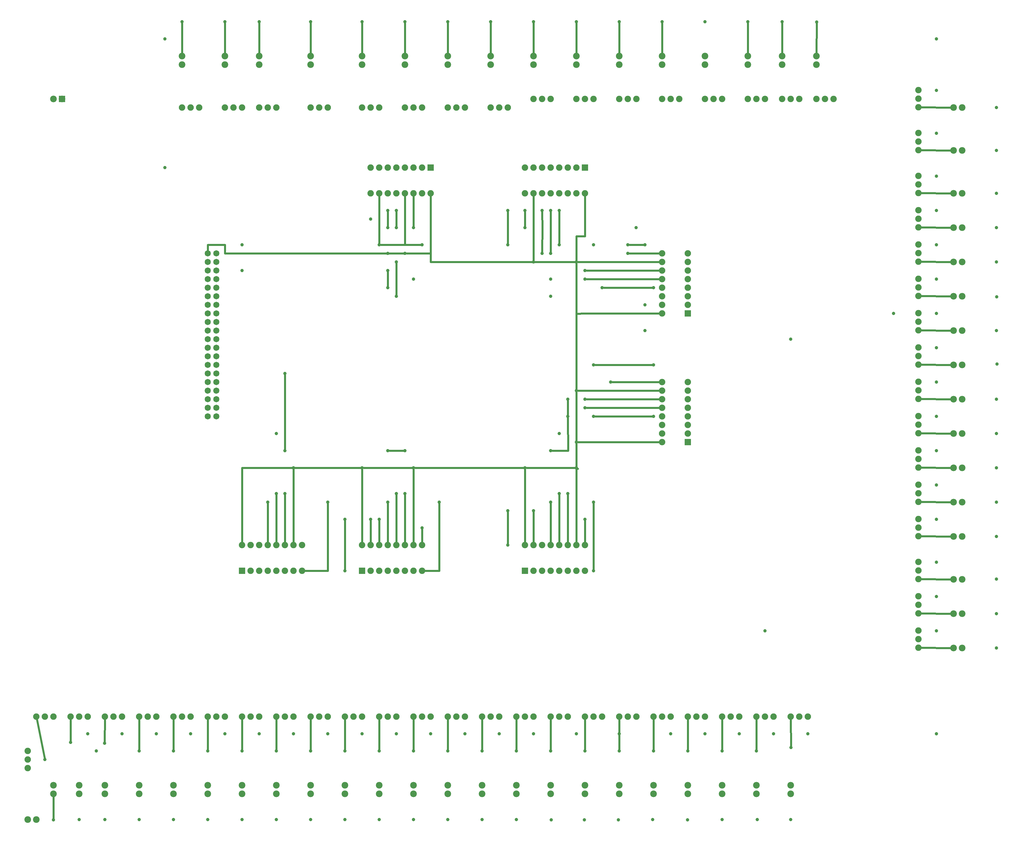
<source format=gbl>
G04 MADE WITH FRITZING*
G04 WWW.FRITZING.ORG*
G04 DOUBLE SIDED*
G04 HOLES PLATED*
G04 CONTOUR ON CENTER OF CONTOUR VECTOR*
%ASAXBY*%
%FSLAX23Y23*%
%MOIN*%
%OFA0B0*%
%SFA1.0B1.0*%
%ADD10C,0.039370*%
%ADD11C,0.075000*%
%ADD12C,0.071889*%
%ADD13C,0.071917*%
%ADD14C,0.078000*%
%ADD15R,0.075000X0.075000*%
%ADD16R,0.078000X0.078000*%
%ADD17C,0.024000*%
%LNCOPPER0*%
G90*
G70*
G54D10*
X4844Y9248D03*
X4744Y8948D03*
X4544Y8948D03*
X2844Y9048D03*
X2844Y8748D03*
X4644Y9448D03*
X4644Y9248D03*
X4644Y8848D03*
X4644Y8448D03*
X4544Y9448D03*
X4544Y9248D03*
X4544Y8748D03*
X4544Y8548D03*
X4444Y9048D03*
X4944Y9048D03*
X5944Y9448D03*
X5944Y9048D03*
X6544Y9448D03*
X6544Y9048D03*
X6944Y9048D03*
X7644Y8548D03*
X7044Y8548D03*
X6944Y7648D03*
X7644Y7648D03*
X6944Y7048D03*
X7644Y7048D03*
X6944Y5248D03*
X6444Y6048D03*
X5144Y6048D03*
X6744Y6748D03*
X6744Y6448D03*
X6144Y6448D03*
X4844Y6448D03*
X4244Y6448D03*
X3444Y6448D03*
X4844Y8648D03*
X6444Y9448D03*
X6444Y8448D03*
X6444Y8948D03*
X6444Y8648D03*
X6844Y8648D03*
X6844Y7148D03*
X4644Y6148D03*
X3244Y6148D03*
X6344Y9448D03*
X6344Y8948D03*
X3344Y7548D03*
X3344Y6648D03*
X3344Y6148D03*
X4744Y6648D03*
X4544Y6648D03*
X6644Y7048D03*
X6444Y6648D03*
X6544Y6148D03*
X6644Y6148D03*
X6844Y8748D03*
X6644Y7248D03*
X6844Y7248D03*
X6144Y9448D03*
X6144Y9248D03*
X7442Y9249D03*
X7544Y9048D03*
X7344Y9048D03*
X7544Y8348D03*
X7544Y8048D03*
X6944Y6048D03*
X4544Y6048D03*
X4744Y6148D03*
X4444Y5848D03*
X3144Y6048D03*
X4344Y5848D03*
X4044Y5848D03*
X4044Y5248D03*
X6244Y5948D03*
X5944Y5948D03*
X5944Y5548D03*
G54D11*
X4244Y5248D03*
X4244Y5548D03*
X4344Y5248D03*
X4344Y5548D03*
X4444Y5248D03*
X4444Y5548D03*
X4544Y5248D03*
X4544Y5548D03*
X4644Y5248D03*
X4644Y5548D03*
X4744Y5248D03*
X4744Y5548D03*
X4844Y5248D03*
X4844Y5548D03*
X4944Y5248D03*
X4944Y5548D03*
X6144Y5248D03*
X6144Y5548D03*
X6244Y5248D03*
X6244Y5548D03*
X6344Y5248D03*
X6344Y5548D03*
X6444Y5248D03*
X6444Y5548D03*
X6544Y5248D03*
X6544Y5548D03*
X6644Y5248D03*
X6644Y5548D03*
X6744Y5248D03*
X6744Y5548D03*
X6844Y5248D03*
X6844Y5548D03*
X8044Y6748D03*
X7744Y6748D03*
X8044Y6848D03*
X7744Y6848D03*
X8044Y6948D03*
X7744Y6948D03*
X8044Y7048D03*
X7744Y7048D03*
X8044Y7148D03*
X7744Y7148D03*
X8044Y7248D03*
X7744Y7248D03*
X8044Y7348D03*
X7744Y7348D03*
X8044Y7448D03*
X7744Y7448D03*
X8044Y8248D03*
X7744Y8248D03*
X8044Y8348D03*
X7744Y8348D03*
X8044Y8448D03*
X7744Y8448D03*
X8044Y8548D03*
X7744Y8548D03*
X8044Y8648D03*
X7744Y8648D03*
X8044Y8748D03*
X7744Y8748D03*
X8044Y8848D03*
X7744Y8848D03*
X8044Y8948D03*
X7744Y8948D03*
X6844Y9948D03*
X6844Y9648D03*
X6744Y9948D03*
X6744Y9648D03*
X6644Y9948D03*
X6644Y9648D03*
X6544Y9948D03*
X6544Y9648D03*
X6444Y9948D03*
X6444Y9648D03*
X6344Y9948D03*
X6344Y9648D03*
X6244Y9948D03*
X6244Y9648D03*
X6144Y9948D03*
X6144Y9648D03*
X5044Y9948D03*
X5044Y9648D03*
X4944Y9948D03*
X4944Y9648D03*
X4844Y9948D03*
X4844Y9648D03*
X4744Y9948D03*
X4744Y9648D03*
X4644Y9948D03*
X4644Y9648D03*
X4544Y9948D03*
X4544Y9648D03*
X4444Y9948D03*
X4444Y9648D03*
X4344Y9948D03*
X4344Y9648D03*
G54D10*
X4244Y11648D03*
X8944Y4548D03*
X4344Y9348D03*
X6744Y8848D03*
X7344Y8948D03*
X3244Y6848D03*
X7144Y7448D03*
X6844Y5848D03*
G54D11*
X2844Y5248D03*
X2844Y5548D03*
X2944Y5248D03*
X2944Y5548D03*
X3044Y5248D03*
X3044Y5548D03*
X3144Y5248D03*
X3144Y5548D03*
X3244Y5248D03*
X3244Y5548D03*
X3344Y5248D03*
X3344Y5548D03*
X3444Y5248D03*
X3444Y5548D03*
X3544Y5248D03*
X3544Y5548D03*
G54D10*
X3844Y6048D03*
X4944Y5748D03*
G54D11*
X3244Y3548D03*
X3344Y3548D03*
X3444Y3548D03*
X2444Y3548D03*
X2544Y3548D03*
X2644Y3548D03*
X2044Y3548D03*
X2144Y3548D03*
X2244Y3548D03*
X1644Y3548D03*
X1744Y3548D03*
X1844Y3548D03*
X344Y2948D03*
X344Y3048D03*
X344Y3148D03*
X2844Y3548D03*
X2944Y3548D03*
X3044Y3548D03*
X5244Y3548D03*
X5344Y3548D03*
X5444Y3548D03*
X3644Y3548D03*
X3744Y3548D03*
X3844Y3548D03*
X4044Y3548D03*
X4144Y3548D03*
X4244Y3548D03*
X4844Y3548D03*
X4944Y3548D03*
X5044Y3548D03*
X4444Y3548D03*
X4544Y3548D03*
X4644Y3548D03*
X10733Y9652D03*
X10733Y9752D03*
X10733Y9852D03*
X10733Y9252D03*
X10733Y9352D03*
X10733Y9452D03*
X10733Y8852D03*
X10733Y8952D03*
X10733Y9052D03*
X10733Y8452D03*
X10733Y8552D03*
X10733Y8652D03*
X10733Y8052D03*
X10733Y8152D03*
X10733Y8252D03*
X10733Y7652D03*
X10733Y7752D03*
X10733Y7852D03*
X10733Y7252D03*
X10733Y7352D03*
X10733Y7452D03*
X10733Y6852D03*
X10733Y6952D03*
X10733Y7052D03*
X10733Y10152D03*
X10733Y10252D03*
X10733Y10352D03*
X10733Y10652D03*
X10733Y10752D03*
X10733Y10852D03*
X10733Y6452D03*
X10733Y6552D03*
X10733Y6652D03*
X10733Y6052D03*
X10733Y6152D03*
X10733Y6252D03*
X10733Y5652D03*
X10733Y5752D03*
X10733Y5852D03*
X10733Y5152D03*
X10733Y5252D03*
X10733Y5352D03*
X10733Y4752D03*
X10733Y4852D03*
X10733Y4952D03*
X10733Y4352D03*
X10733Y4452D03*
X10733Y4552D03*
X3044Y10648D03*
X3144Y10648D03*
X3244Y10648D03*
X3644Y10648D03*
X3744Y10648D03*
X3844Y10648D03*
X4744Y10648D03*
X4844Y10648D03*
X4944Y10648D03*
X5244Y10648D03*
X5344Y10648D03*
X5444Y10648D03*
X5744Y10648D03*
X5844Y10648D03*
X5944Y10648D03*
X6244Y10748D03*
X6344Y10748D03*
X6444Y10748D03*
X6744Y10748D03*
X6844Y10748D03*
X6944Y10748D03*
X7244Y10748D03*
X7344Y10748D03*
X7444Y10748D03*
X7744Y10748D03*
X7844Y10748D03*
X7944Y10748D03*
X8244Y10748D03*
X8344Y10748D03*
X8444Y10748D03*
X8744Y10748D03*
X8844Y10748D03*
X8944Y10748D03*
X9144Y10748D03*
X9244Y10748D03*
X9344Y10748D03*
X9544Y10748D03*
X9644Y10748D03*
X9744Y10748D03*
X2644Y10648D03*
X2744Y10648D03*
X2844Y10648D03*
X2144Y10648D03*
X2244Y10648D03*
X2344Y10648D03*
X4244Y10648D03*
X4344Y10648D03*
X4444Y10648D03*
G54D10*
X1944Y9948D03*
X1944Y11448D03*
G54D11*
X5644Y3548D03*
X5744Y3548D03*
X5844Y3548D03*
X1244Y3548D03*
X1344Y3548D03*
X1444Y3548D03*
X9244Y3548D03*
X9344Y3548D03*
X9444Y3548D03*
X8844Y3548D03*
X8944Y3548D03*
X9044Y3548D03*
X6444Y3548D03*
X6544Y3548D03*
X6644Y3548D03*
X6044Y3548D03*
X6144Y3548D03*
X6244Y3548D03*
X7644Y3548D03*
X7744Y3548D03*
X7844Y3548D03*
X6844Y3548D03*
X6944Y3548D03*
X7044Y3548D03*
X7244Y3548D03*
X7344Y3548D03*
X7444Y3548D03*
X8044Y3548D03*
X8144Y3548D03*
X8244Y3548D03*
X8444Y3548D03*
X8544Y3548D03*
X8644Y3548D03*
G54D10*
X10944Y10848D03*
X10944Y10348D03*
X10944Y9848D03*
X10944Y9448D03*
X10944Y9048D03*
X10944Y8648D03*
X10944Y7848D03*
X10944Y8248D03*
X10944Y7448D03*
X10944Y7048D03*
X10944Y6648D03*
X10944Y6248D03*
X10944Y5848D03*
X10944Y11448D03*
X10944Y5348D03*
X10944Y4948D03*
X10944Y4548D03*
X10944Y3348D03*
X9244Y2348D03*
X3244Y3148D03*
X4044Y3148D03*
X2844Y3148D03*
X3644Y3148D03*
X2044Y3148D03*
X1244Y2348D03*
X2444Y3148D03*
X1144Y3148D03*
X4444Y3148D03*
X1644Y3148D03*
X4844Y3148D03*
X7244Y3148D03*
X7644Y3148D03*
X8844Y3148D03*
X8444Y3148D03*
X8044Y3148D03*
X6844Y3148D03*
X5644Y3148D03*
X5244Y3148D03*
X6044Y3148D03*
X6444Y3148D03*
X9444Y3348D03*
X8644Y3348D03*
X8244Y3348D03*
X7244Y3348D03*
X6744Y3348D03*
X5844Y3348D03*
X3444Y3348D03*
X2644Y3348D03*
X2244Y3348D03*
X1844Y3348D03*
X1444Y3348D03*
X4644Y3348D03*
X5044Y3348D03*
X5444Y3348D03*
X6244Y3348D03*
X7844Y3348D03*
X9044Y3348D03*
X6244Y8848D03*
X6744Y7348D03*
X6544Y6848D03*
G54D12*
X2444Y8948D03*
X2444Y8848D03*
X2444Y8748D03*
X2444Y8648D03*
G54D13*
X2444Y8548D03*
G54D12*
X2444Y8448D03*
X2444Y8348D03*
X2444Y8248D03*
X2444Y8148D03*
G54D13*
X2444Y8048D03*
G54D12*
X2444Y7948D03*
G54D13*
X2444Y7848D03*
G54D12*
X2444Y7748D03*
X2444Y7648D03*
X2444Y7548D03*
X2444Y7448D03*
G54D13*
X2444Y7348D03*
G54D12*
X2444Y7248D03*
X2444Y7148D03*
X2444Y7048D03*
X2544Y7048D03*
X2544Y7148D03*
X2544Y7248D03*
G54D13*
X2544Y7348D03*
G54D12*
X2544Y7448D03*
X2544Y7548D03*
X2544Y7648D03*
X2544Y7748D03*
G54D13*
X2544Y7848D03*
G54D12*
X2544Y7948D03*
G54D13*
X2544Y8048D03*
G54D12*
X2544Y8148D03*
X2544Y8248D03*
X2544Y8348D03*
X2544Y8448D03*
G54D13*
X2544Y8548D03*
G54D12*
X2544Y8648D03*
X2544Y8748D03*
X2544Y8848D03*
X2544Y8948D03*
G54D11*
X444Y3548D03*
X544Y3548D03*
X644Y3548D03*
X844Y3548D03*
X944Y3548D03*
X1044Y3548D03*
G54D10*
X1044Y3348D03*
X4244Y3348D03*
X3844Y3348D03*
X3044Y3348D03*
G54D14*
X744Y10748D03*
X644Y10748D03*
G54D10*
X2144Y11648D03*
X9244Y7948D03*
X7744Y11648D03*
X10444Y8248D03*
X8244Y11648D03*
X8744Y11648D03*
X11644Y4348D03*
X9144Y11648D03*
X11644Y10648D03*
X5744Y11648D03*
X4744Y11648D03*
X7244Y11648D03*
X2644Y11648D03*
X3044Y11648D03*
X3644Y11648D03*
X6244Y11648D03*
X6744Y11648D03*
X5244Y11648D03*
G54D14*
X344Y2348D03*
X444Y2348D03*
X644Y2748D03*
X644Y2648D03*
X1244Y2748D03*
X1244Y2648D03*
X11144Y10648D03*
X11244Y10648D03*
X5744Y11248D03*
X5744Y11148D03*
X11144Y10148D03*
X11244Y10148D03*
X11144Y9248D03*
X11244Y9248D03*
X11144Y9648D03*
X11244Y9648D03*
X9544Y11248D03*
X9544Y11148D03*
X6244Y11248D03*
X6244Y11148D03*
X9144Y11248D03*
X9144Y11148D03*
X6744Y11248D03*
X6744Y11148D03*
X8244Y11248D03*
X8244Y11148D03*
X8744Y11248D03*
X8744Y11148D03*
X7744Y11248D03*
X7744Y11148D03*
X11144Y8848D03*
X11244Y8848D03*
X11144Y5148D03*
X11244Y5148D03*
X11144Y8448D03*
X11244Y8448D03*
X11144Y4748D03*
X11244Y4748D03*
X9244Y2748D03*
X9244Y2648D03*
X944Y2748D03*
X944Y2648D03*
X11144Y4348D03*
X11244Y4348D03*
X11144Y5648D03*
X11244Y5648D03*
X11144Y8048D03*
X11244Y8048D03*
X11144Y6448D03*
X11244Y6448D03*
X11144Y7648D03*
X11244Y7648D03*
X11144Y6848D03*
X11244Y6848D03*
X11144Y6048D03*
X11244Y6048D03*
X11144Y7248D03*
X11244Y7248D03*
X7244Y11248D03*
X7244Y11148D03*
X4044Y2748D03*
X4044Y2648D03*
X6444Y2748D03*
X6444Y2648D03*
X4444Y2748D03*
X4444Y2648D03*
X5644Y2748D03*
X5644Y2648D03*
X6044Y2748D03*
X6044Y2648D03*
X5244Y11248D03*
X5244Y11148D03*
X3644Y2748D03*
X3644Y2648D03*
X1644Y2748D03*
X1644Y2648D03*
X4844Y2748D03*
X4844Y2648D03*
X2044Y2748D03*
X2044Y2648D03*
X2844Y2748D03*
X2844Y2648D03*
X3244Y2748D03*
X3244Y2648D03*
X2444Y2748D03*
X2444Y2648D03*
X5244Y2748D03*
X5244Y2648D03*
X3044Y11248D03*
X3044Y11148D03*
X2644Y11248D03*
X2644Y11148D03*
X3644Y11248D03*
X3644Y11148D03*
X4744Y11248D03*
X4744Y11148D03*
X4244Y11248D03*
X4244Y11148D03*
X6844Y2748D03*
X6844Y2648D03*
X7244Y2748D03*
X7244Y2648D03*
X7644Y2748D03*
X7644Y2648D03*
X2144Y11248D03*
X2144Y11148D03*
X8444Y2748D03*
X8444Y2648D03*
X8844Y2748D03*
X8844Y2648D03*
X8044Y2748D03*
X8044Y2648D03*
G54D10*
X9548Y11645D03*
X11644Y10148D03*
X11644Y9648D03*
X11644Y9248D03*
X11644Y8848D03*
X11646Y8443D03*
X11644Y8048D03*
X11651Y7659D03*
X11644Y7248D03*
X11644Y6848D03*
X11644Y6448D03*
X11644Y6048D03*
X11644Y5648D03*
X11644Y4748D03*
X11643Y5151D03*
X8854Y2350D03*
X8444Y2348D03*
X8042Y2346D03*
X644Y2346D03*
X1644Y2348D03*
X2044Y2348D03*
X2444Y2348D03*
X2844Y2348D03*
X3244Y2348D03*
X3644Y2348D03*
X4044Y2348D03*
X4444Y2348D03*
X4844Y2348D03*
X5244Y2348D03*
X5644Y2348D03*
X6044Y2348D03*
X6450Y2346D03*
X6838Y2346D03*
X7234Y2346D03*
X7634Y2350D03*
X944Y2348D03*
X544Y3049D03*
X843Y3250D03*
X1242Y3240D03*
X9248Y3187D03*
G54D15*
X4244Y5248D03*
X6144Y5248D03*
X8044Y6748D03*
X8044Y8248D03*
X6844Y9948D03*
X5044Y9948D03*
X2844Y5248D03*
G54D16*
X744Y10748D03*
G54D17*
X4844Y9620D02*
X4844Y9267D01*
D02*
X4925Y9048D02*
X4463Y9048D01*
D02*
X2645Y8948D02*
X2645Y9049D01*
D02*
X2645Y9049D02*
X2445Y9049D01*
D02*
X2445Y9049D02*
X2445Y8981D01*
D02*
X4725Y8948D02*
X2645Y8948D01*
D02*
X4544Y8729D02*
X4544Y8567D01*
D02*
X4544Y9429D02*
X4544Y9267D01*
D02*
X4644Y8829D02*
X4644Y8467D01*
D02*
X4644Y9429D02*
X4644Y9267D01*
D02*
X4444Y9620D02*
X4444Y9067D01*
D02*
X7715Y8848D02*
X6763Y8848D01*
D02*
X6244Y8867D02*
X6244Y9620D01*
D02*
X7625Y7048D02*
X6963Y7048D01*
D02*
X6963Y7648D02*
X7625Y7648D01*
D02*
X7063Y8548D02*
X7625Y8548D01*
D02*
X6544Y9429D02*
X6544Y9067D01*
D02*
X4745Y9049D02*
X4925Y9048D01*
D02*
X5944Y9429D02*
X5944Y9067D01*
D02*
X4744Y9620D02*
X4745Y9049D01*
D02*
X3345Y6448D02*
X4225Y6448D01*
D02*
X2844Y6448D02*
X3345Y6448D01*
D02*
X2844Y5577D02*
X2844Y6448D01*
D02*
X4844Y5577D02*
X4844Y6429D01*
D02*
X4863Y6448D02*
X6125Y6448D01*
D02*
X4263Y6448D02*
X4825Y6448D01*
D02*
X4244Y5577D02*
X4244Y6429D01*
D02*
X6745Y6448D02*
X6760Y6437D01*
D02*
X6744Y5577D02*
X6745Y6448D01*
D02*
X6163Y6448D02*
X6745Y6448D01*
D02*
X6745Y6448D02*
X6760Y6437D01*
D02*
X6744Y6467D02*
X6744Y6729D01*
D02*
X6144Y5577D02*
X6144Y6429D01*
D02*
X6763Y7348D02*
X7715Y7348D01*
D02*
X4725Y6648D02*
X4563Y6648D01*
D02*
X3344Y6667D02*
X3344Y7529D01*
D02*
X3344Y5577D02*
X3344Y6129D01*
D02*
X3244Y5577D02*
X3244Y6129D01*
D02*
X4644Y5577D02*
X4644Y6129D01*
D02*
X7715Y7148D02*
X6863Y7148D01*
D02*
X7715Y8648D02*
X6863Y8648D01*
D02*
X6444Y9429D02*
X6444Y8967D01*
D02*
X3463Y6448D02*
X4225Y6448D01*
D02*
X3444Y5577D02*
X3444Y6429D01*
D02*
X6144Y9267D02*
X6144Y9429D01*
D02*
X6346Y9248D02*
X6344Y9429D01*
D02*
X6863Y7248D02*
X7715Y7248D01*
D02*
X6646Y6647D02*
X6644Y7029D01*
D02*
X6644Y7229D02*
X6644Y7067D01*
D02*
X7715Y8748D02*
X6863Y8748D01*
D02*
X6544Y6129D02*
X6544Y5577D01*
D02*
X6644Y6129D02*
X6644Y5577D01*
D02*
X6463Y6648D02*
X6646Y6647D01*
D02*
X6344Y8967D02*
X6346Y9248D01*
D02*
X4444Y5577D02*
X4444Y5829D01*
D02*
X7363Y8948D02*
X7715Y8948D01*
D02*
X7525Y9048D02*
X7363Y9048D01*
D02*
X4744Y5577D02*
X4744Y6129D01*
D02*
X5143Y5249D02*
X5144Y6029D01*
D02*
X4973Y5248D02*
X5143Y5249D01*
D02*
X4544Y5577D02*
X4544Y6029D01*
D02*
X6944Y6029D02*
X6944Y5267D01*
D02*
X6444Y6029D02*
X6444Y5577D01*
D02*
X5944Y5567D02*
X5944Y5929D01*
D02*
X6243Y5746D02*
X6244Y5577D01*
D02*
X6244Y5929D02*
X6243Y5746D01*
D02*
X4044Y5267D02*
X4044Y5829D01*
D02*
X4344Y5829D02*
X4344Y5577D01*
D02*
X3144Y5577D02*
X3144Y6029D01*
D02*
X3845Y5249D02*
X3573Y5248D01*
D02*
X3844Y6029D02*
X3845Y5249D01*
D02*
X7163Y7448D02*
X7715Y7448D01*
D02*
X4944Y5729D02*
X4944Y5577D01*
D02*
X6844Y5577D02*
X6844Y5829D01*
D02*
X5045Y8948D02*
X4763Y8948D01*
D02*
X5045Y8849D02*
X5045Y8948D01*
D02*
X5044Y9620D02*
X5045Y8849D01*
D02*
X6745Y9150D02*
X6844Y9150D01*
D02*
X6844Y9150D02*
X6844Y9620D01*
D02*
X6745Y8848D02*
X6745Y9150D01*
D02*
X6244Y8849D02*
X6745Y8848D01*
D02*
X5045Y8849D02*
X6244Y8849D01*
D02*
X6843Y8249D02*
X7715Y8248D01*
D02*
X6745Y8246D02*
X6843Y8249D01*
D02*
X6745Y8848D02*
X6745Y8246D01*
D02*
X6763Y6748D02*
X7715Y6748D01*
D02*
X6745Y8246D02*
X6745Y7347D01*
D02*
X6745Y7347D02*
X6744Y6767D01*
D02*
X6843Y8249D02*
X6745Y8246D01*
D02*
X2144Y11278D02*
X2144Y11629D01*
D02*
X2644Y11629D02*
X2644Y11278D01*
D02*
X3044Y11629D02*
X3044Y11278D01*
D02*
X644Y2365D02*
X644Y2618D01*
D02*
X450Y3520D02*
X540Y3067D01*
D02*
X844Y3520D02*
X843Y3269D01*
D02*
X1244Y3520D02*
X1242Y3259D01*
D02*
X1644Y3520D02*
X1644Y3167D01*
D02*
X2044Y3520D02*
X2044Y3167D01*
D02*
X2444Y3520D02*
X2444Y3167D01*
D02*
X2844Y3520D02*
X2844Y3167D01*
D02*
X3244Y3520D02*
X3244Y3167D01*
D02*
X3644Y3520D02*
X3644Y3167D01*
D02*
X4444Y3520D02*
X4444Y3167D01*
D02*
X4044Y3520D02*
X4044Y3167D01*
D02*
X4844Y3520D02*
X4844Y3167D01*
D02*
X5244Y3520D02*
X5244Y3167D01*
D02*
X5644Y3520D02*
X5644Y3167D01*
D02*
X6044Y3520D02*
X6044Y3167D01*
D02*
X6444Y3520D02*
X6444Y3167D01*
D02*
X6844Y3520D02*
X6844Y3167D01*
D02*
X7244Y3520D02*
X7244Y3167D01*
D02*
X7644Y3520D02*
X7644Y3167D01*
D02*
X8044Y3167D02*
X8044Y3520D01*
D02*
X8444Y3520D02*
X8444Y3167D01*
D02*
X8844Y3520D02*
X8844Y3167D01*
D02*
X9244Y3520D02*
X9248Y3206D01*
D02*
X10762Y4352D02*
X11114Y4349D01*
D02*
X10762Y4752D02*
X11114Y4749D01*
D02*
X10762Y5152D02*
X11114Y5149D01*
D02*
X10762Y5652D02*
X11114Y5649D01*
D02*
X10762Y6052D02*
X11114Y6049D01*
D02*
X10762Y6452D02*
X11114Y6449D01*
D02*
X10762Y6852D02*
X11114Y6849D01*
D02*
X10762Y7252D02*
X11114Y7249D01*
D02*
X10762Y7652D02*
X11114Y7649D01*
D02*
X10762Y8052D02*
X11114Y8049D01*
D02*
X10762Y8452D02*
X11114Y8449D01*
D02*
X10762Y8852D02*
X11114Y8849D01*
D02*
X10762Y9252D02*
X11114Y9249D01*
D02*
X10762Y9652D02*
X11114Y9649D01*
D02*
X11114Y10149D02*
X10762Y10152D01*
D02*
X11114Y10649D02*
X10762Y10652D01*
D02*
X9548Y11626D02*
X9544Y11278D01*
D02*
X9144Y11629D02*
X9144Y11278D01*
D02*
X8744Y11629D02*
X8744Y11278D01*
D02*
X7744Y11629D02*
X7744Y11278D01*
D02*
X7244Y11629D02*
X7244Y11278D01*
D02*
X6744Y11629D02*
X6744Y11278D01*
D02*
X6244Y11629D02*
X6244Y11278D01*
D02*
X5744Y11629D02*
X5744Y11278D01*
D02*
X5244Y11629D02*
X5244Y11278D01*
D02*
X4744Y11629D02*
X4744Y11278D01*
D02*
X4244Y11629D02*
X4244Y11278D01*
D02*
X3644Y11629D02*
X3644Y11278D01*
G04 End of Copper0*
M02*
</source>
